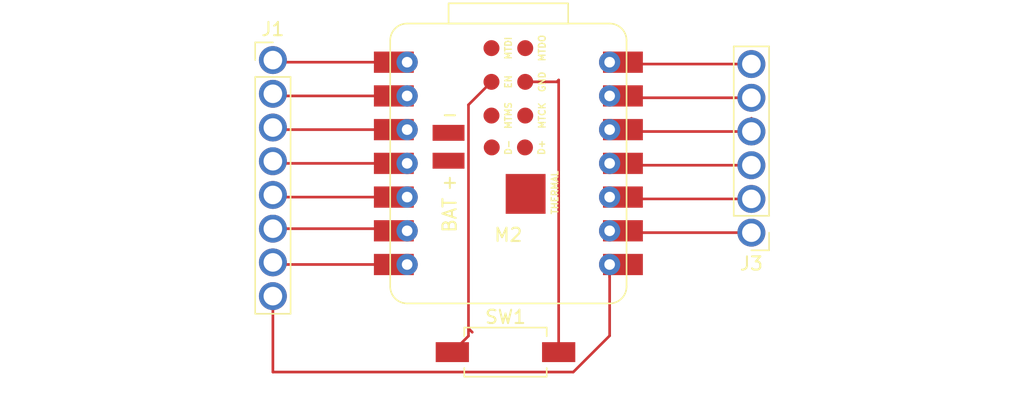
<source format=kicad_pcb>
(kicad_pcb (version 20240108) (generator "pcbnew") (generator_version "8.0")
  (layers (0 "F.Cu" signal) (31 "B.Cu" signal) (34 "B.Paste" user) (35 "F.Paste" user) (36 "B.SilkS" user "B.Silkscreen") (37 "F.SilkS" user "F.Silkscreen") (38 "B.Mask" user) (39 "F.Mask" user) (44 "Edge.Cuts" user))
  (net 0 "")
  (net 1 "A0")
  (net 2 "A3")
  (net 3 "A1")
  (net 4 "A2")
  (net 5 "GND")
  (net 6 "A10")
  (net 7 "A8")
  (net 8 "SCL")
  (net 9 "SDA")
  (net 10 "PWR_3V3")
  (net 11 "PWR_5V")
  (net 20 "Net-(M2-EN)")
  (net 21 "A9")
  (net 22 "A6TX")
  (net 23 "A7RX")
  (footprint "fab:PinHeader_1x08_P2.54mm_Vertical_THT_D1.4mm" (layer "F.Cu") (at 119.5 58)
    (property "Reference" "J1" (at 0 -2.33 0) (layer "F.SilkS"))
    (property "Value" "Conn_PinHeader_1x08_P2.54mm_Vertical_THT_D1.4mm")
    (fp_line (start -1.33 -1.33) (end 0 -1.33) (stroke (width 0.12)) (layer "F.SilkS"))
    (fp_line (start -1.33 0) (end -1.33 -1.33) (stroke (width 0.12)) (layer "F.SilkS"))
    (fp_line (start -1.33 1.27) (end -1.33 19.11) (stroke (width 0.12)) (layer "F.SilkS"))
    (fp_line (start -1.33 1.27) (end 1.33 1.27) (stroke (width 0.12)) (layer "F.SilkS"))
    (fp_line (start -1.33 19.11) (end 1.33 19.11) (stroke (width 0.12)) (layer "F.SilkS"))
    (fp_line (start 1.33 1.27) (end 1.33 19.11) (stroke (width 0.12)) (layer "F.SilkS"))
    (pad "1" thru_hole circle (at 0 0) (size 2.1 2.1) (drill 1.4) (layers "*.Cu" "*.Mask") (net 1 "A0"))
    (pad "2" thru_hole circle (at 0 2.54) (size 2.1 2.1) (drill 1.4) (layers "*.Cu" "*.Mask") (net 3 "A1"))
    (pad "3" thru_hole circle (at 0 5.08) (size 2.1 2.1) (drill 1.4) (layers "*.Cu" "*.Mask") (net 4 "A2"))
    (pad "4" thru_hole circle (at 0 7.62) (size 2.1 2.1) (drill 1.4) (layers "*.Cu" "*.Mask") (net 2 "A3"))
    (pad "5" thru_hole circle (at 0 10.16) (size 2.1 2.1) (drill 1.4) (layers "*.Cu" "*.Mask") (net 9 "SDA"))
    (pad "6" thru_hole circle (at 0 12.7) (size 2.1 2.1) (drill 1.4) (layers "*.Cu" "*.Mask") (net 8 "SCL"))
    (pad "7" thru_hole circle (at 0 15.24) (size 2.1 2.1) (drill 1.4) (layers "*.Cu" "*.Mask") (net 22 "A6TX"))
    (pad "8" thru_hole circle (at 0 17.78) (size 2.1 2.1) (drill 1.4) (layers "*.Cu" "*.Mask") (net 23 "A7RX"))
  )
  (footprint "fab:Button_CnK_PTS636.0_6x3.5mm" (layer "F.Cu") (at 137 80)
    (property "Reference" "SW1" (at 0 -2.65 0) (layer "F.SilkS"))
    (property "Value" "Switch_Tactile_CnK")
    (fp_line (start -3.1 -1.85) (end -3.1 -1.2) (stroke (width 0.12)) (layer "F.SilkS"))
    (fp_line (start -3.1 1.2) (end -3.1 1.85) (stroke (width 0.12)) (layer "F.SilkS"))
    (fp_line (start -3.1 1.85) (end 3.1 1.85) (stroke (width 0.12)) (layer "F.SilkS"))
    (fp_line (start 3.1 -1.85) (end -3.1 -1.85) (stroke (width 0.12)) (layer "F.SilkS"))
    (fp_line (start 3.1 -1.85) (end 3.1 -1.2) (stroke (width 0.12)) (layer "F.SilkS"))
    (fp_line (start 3.1 1.85) (end 3.1 1.2) (stroke (width 0.12)) (layer "F.SilkS"))
    (pad "1" smd rect (at -4 0) (size 2.5 1.5) (layers "F.Cu" "F.Paste" "F.Mask") (net 20 "Net-(M2-EN)"))
    (pad "2" smd rect (at 4 0) (size 2.5 1.5) (layers "F.Cu" "F.Paste" "F.Mask") (net 5 "GND"))
  )
  (footprint "fab:SeeedStudio_XIAO_ESP32S3" (layer "F.Cu") (at 137.215 65.78)
    (property "Reference" "M2" (at 0 5.39 0) (layer "F.SilkS"))
    (property "Value" "Module_XIAO-ESP32S3")
    (fp_line (start -8.8875 9.281) (end -8.8875 -9.261) (stroke (width 0.12)) (layer "F.SilkS"))
    (fp_line (start -7.6175 -10.531) (end 7.6225 -10.531) (stroke (width 0.12)) (layer "F.SilkS"))
    (fp_line (start 7.6225 10.551) (end -7.6175 10.551) (stroke (width 0.12)) (layer "F.SilkS"))
    (fp_line (start 8.8925 -9.261) (end 8.8925 9.281) (stroke (width 0.12)) (layer "F.SilkS"))
    (fp_rect (start -4.4975 -10.531) (end 4.5025 -12.055) (stroke (width 0.12)) (fill none) (layer "F.SilkS"))
    (fp_arc (start -8.8875 -9.261) (mid -8.515526 -10.159026) (end -7.6175 -10.531) (stroke (width 0.12)) (layer "F.SilkS"))
    (fp_arc (start -7.6175 10.551) (mid -8.515526 10.179026) (end -8.8875 9.281) (stroke (width 0.12)) (layer "F.SilkS"))
    (fp_arc (start 7.6225 -10.531) (mid 8.520526 -10.159026) (end 8.8925 -9.261) (stroke (width 0.12)) (layer "F.SilkS"))
    (fp_arc (start 8.8925 9.281) (mid 8.520526 10.179026) (end 7.6225 10.551) (stroke (width 0.12)) (layer "F.SilkS"))
    (fp_text user "+" (at -4.4 1.4 0) (layer "F.SilkS"))
    (fp_text user "THERMAL" (at 3.5 2.2 90) (layer "F.SilkS") (effects (font (size 0.5 0.5) (thickness 0.1) (bold yes))))
    (fp_text user "MTDI" (at 0 -8.68 90) (layer "F.SilkS") (effects (font (size 0.5 0.5) (thickness 0.1) (bold yes))))
    (fp_text user "-" (at -4.4 -3.7 0) (layer "F.SilkS"))
    (fp_text user "GND" (at 2.54 -6.14 90) (layer "F.SilkS") (effects (font (size 0.5 0.5) (thickness 0.1) (bold yes))))
    (fp_text user "D-" (at 0 -1.2 90) (layer "F.SilkS") (effects (font (size 0.5 0.5) (thickness 0.1) (bold yes))))
    (fp_text user "MTMS" (at 0 -3.6 90) (layer "F.SilkS") (effects (font (size 0.5 0.5) (thickness 0.1) (bold yes))))
    (fp_text user "MTDO" (at 2.54 -8.68 90) (layer "F.SilkS") (effects (font (size 0.5 0.5) (thickness 0.1) (bold yes))))
    (fp_text user "EN" (at 0 -6.14 90) (layer "F.SilkS") (effects (font (size 0.5 0.5) (thickness 0.1) (bold yes))))
    (fp_text user "MTCK" (at 2.54 -3.6 90) (layer "F.SilkS") (effects (font (size 0.5 0.5) (thickness 0.1) (bold yes))))
    (fp_text user "BAT" (at -5 3.9 90) (layer "F.SilkS") (effects (justify top)))
    (fp_text user "D+" (at 2.5 -1.2 90) (layer "F.SilkS") (effects (font (size 0.5 0.5) (thickness 0.1) (bold yes))))
    (pad "1" thru_hole circle (at -7.615 -7.62) (size 1.6 1.6) (drill 0.8) (layers "*.Cu" "*.Mask") (net 1 "A0"))
    (pad "1" smd rect (at -7.615 -7.62) (size 3 1.6) (drill (offset -1 0)) (layers "F.Cu" "F.Paste" "F.Mask") (net 1 "A0"))
    (pad "2" thru_hole circle (at -7.615 -5.08) (size 1.6 1.6) (drill 0.8) (layers "*.Cu" "*.Mask") (net 3 "A1"))
    (pad "2" smd rect (at -7.615 -5.08) (size 3 1.6) (drill (offset -1 0)) (layers "F.Cu" "F.Paste" "F.Mask") (net 3 "A1"))
    (pad "3" thru_hole circle (at -7.615 -2.54) (size 1.6 1.6) (drill 0.8) (layers "*.Cu" "*.Mask") (net 4 "A2"))
    (pad "3" smd rect (at -7.615 -2.54) (size 3 1.6) (drill (offset -1 0)) (layers "F.Cu" "F.Paste" "F.Mask") (net 4 "A2"))
    (pad "4" thru_hole circle (at -7.615 0) (size 1.6 1.6) (drill 0.8) (layers "*.Cu" "*.Mask") (net 2 "A3"))
    (pad "4" smd rect (at -7.615 0) (size 3 1.6) (drill (offset -1 0)) (layers "F.Cu" "F.Paste" "F.Mask") (net 2 "A3"))
    (pad "5" thru_hole circle (at -7.615 2.54) (size 1.6 1.6) (drill 0.8) (layers "*.Cu" "*.Mask") (net 9 "SDA"))
    (pad "5" smd rect (at -7.615 2.54) (size 3 1.6) (drill (offset -1 0)) (layers "F.Cu" "F.Paste" "F.Mask") (net 9 "SDA"))
    (pad "6" thru_hole circle (at -7.615 5.08) (size 1.6 1.6) (drill 0.8) (layers "*.Cu" "*.Mask") (net 8 "SCL"))
    (pad "6" smd rect (at -7.615 5.08) (size 3 1.6) (drill (offset -1 0)) (layers "F.Cu" "F.Paste" "F.Mask") (net 8 "SCL"))
    (pad "7" thru_hole circle (at -7.615 7.62) (size 1.6 1.6) (drill 0.8) (layers "*.Cu" "*.Mask") (net 22 "A6TX"))
    (pad "7" smd rect (at -7.615 7.62) (size 3 1.6) (drill (offset -1 0)) (layers "F.Cu" "F.Paste" "F.Mask") (net 22 "A6TX"))
    (pad "8" thru_hole circle (at 7.62 7.62) (size 1.6 1.6) (drill 0.8) (layers "*.Cu" "*.Mask") (net 23 "A7RX"))
    (pad "8" smd rect (at 7.62 7.62) (size 3 1.6) (drill (offset 1 0)) (layers "F.Cu" "F.Paste" "F.Mask") (net 23 "A7RX"))
    (pad "9" thru_hole circle (at 7.62 5.08) (size 1.6 1.6) (drill 0.8) (layers "*.Cu" "*.Mask") (net 7 "A8"))
    (pad "9" smd rect (at 7.62 5.08) (size 3 1.6) (drill (offset 1 0)) (layers "F.Cu" "F.Paste" "F.Mask") (net 7 "A8"))
    (pad "10" thru_hole circle (at 7.62 2.54) (size 1.6 1.6) (drill 0.8) (layers "*.Cu" "*.Mask") (net 21 "A9"))
    (pad "10" smd rect (at 7.62 2.54) (size 3 1.6) (drill (offset 1 0)) (layers "F.Cu" "F.Paste" "F.Mask") (net 21 "A9"))
    (pad "11" thru_hole circle (at 7.62 0) (size 1.6 1.6) (drill 0.8) (layers "*.Cu" "*.Mask") (net 6 "A10"))
    (pad "11" smd rect (at 7.62 0) (size 3 1.6) (drill (offset 1 0)) (layers "F.Cu" "F.Paste" "F.Mask") (net 6 "A10"))
    (pad "12" thru_hole circle (at 7.62 -2.54) (size 1.6 1.6) (drill 0.8) (layers "*.Cu" "*.Mask") (net 10 "PWR_3V3"))
    (pad "12" smd rect (at 7.62 -2.54) (size 3 1.6) (drill (offset 1 0)) (layers "F.Cu" "F.Paste" "F.Mask") (net 10 "PWR_3V3"))
    (pad "13" thru_hole circle (at 7.62 -5.08) (size 1.6 1.6) (drill 0.8) (layers "*.Cu" "*.Mask") (net 5 "GND"))
    (pad "13" smd rect (at 7.62 -5.08) (size 3 1.6) (drill (offset 1 0)) (layers "F.Cu" "F.Paste" "F.Mask") (net 5 "GND"))
    (pad "14" thru_hole circle (at 7.62 -7.62) (size 1.6 1.6) (drill 0.8) (layers "*.Cu" "*.Mask") (net 11 "PWR_5V"))
    (pad "14" smd rect (at 7.62 -7.62) (size 3 1.6) (drill (offset 1 0)) (layers "F.Cu" "F.Paste" "F.Mask") (net 11 "PWR_5V"))
    (pad "15" smd rect (at -4.5 -2.3) (size 2.4 1.2) (layers "F.Cu" "F.Paste" "F.Mask") (net 5 "GND"))
    (pad "16" smd rect (at -4.5 -0.2) (size 2.4 1.2) (layers "F.Cu" "F.Paste" "F.Mask"))
    (pad "17" smd circle (at -1.27 -8.68) (size 1.2 1.2) (layers "F.Cu" "F.Paste" "F.Mask"))
    (pad "18" smd circle (at -1.27 -6.14) (size 1.2 1.2) (layers "F.Cu" "F.Paste" "F.Mask") (net 20 "Net-(M2-EN)"))
    (pad "19" smd circle (at -1.27 -3.6) (size 1.2 1.2) (layers "F.Cu" "F.Paste" "F.Mask"))
    (pad "20" smd circle (at 1.27 -3.6) (size 1.2 1.2) (layers "F.Cu" "F.Paste" "F.Mask"))
    (pad "21" smd circle (at 1.27 -6.14) (size 1.2 1.2) (layers "F.Cu" "F.Paste" "F.Mask") (net 5 "GND"))
    (pad "22" smd circle (at 1.27 -8.68) (size 1.2 1.2) (layers "F.Cu" "F.Paste" "F.Mask"))
    (pad "23" smd circle (at -1.25 -1.2) (size 1.2 1.2) (layers "F.Cu" "F.Paste" "F.Mask"))
    (pad "24" smd circle (at 1.25 -1.2) (size 1.2 1.2) (layers "F.Cu" "F.Paste" "F.Mask"))
    (pad "25" smd rect (at 1.3 2.3) (size 3 3) (layers "F.Cu" "F.Paste" "F.Mask"))
  )
  (footprint "fab:PinHeader_1x06_P2.54mm_Vertical_THT_D1.4mm" (layer "F.Cu") (at 155.5 71 180)
    (property "Reference" "J3" (at 0 -2.33 360) (layer "F.SilkS"))
    (property "Value" "Conn_PinHeader_1x06_P2.54mm_Vertical_THT_D1.4mm")
    (fp_line (start 1.33 1.27) (end 1.33 14.03) (stroke (width 0.12)) (layer "F.SilkS"))
    (fp_line (start -1.33 14.03) (end 1.33 14.03) (stroke (width 0.12)) (layer "F.SilkS"))
    (fp_line (start -1.33 1.27) (end 1.33 1.27) (stroke (width 0.12)) (layer "F.SilkS"))
    (fp_line (start -1.33 1.27) (end -1.33 14.03) (stroke (width 0.12)) (layer "F.SilkS"))
    (fp_line (start -1.33 0) (end -1.33 -1.33) (stroke (width 0.12)) (layer "F.SilkS"))
    (fp_line (start -1.33 -1.33) (end 0 -1.33) (stroke (width 0.12)) (layer "F.SilkS"))
    (pad "1" thru_hole circle (at 0 0 180) (size 2.1 2.1) (drill 1.4) (layers "*.Cu" "*.Mask") (net 7 "A8"))
    (pad "2" thru_hole circle (at 0 2.54 180) (size 2.1 2.1) (drill 1.4) (layers "*.Cu" "*.Mask") (net 21 "A9"))
    (pad "3" thru_hole circle (at 0 5.08 180) (size 2.1 2.1) (drill 1.4) (layers "*.Cu" "*.Mask") (net 6 "A10"))
    (pad "4" thru_hole circle (at 0 7.62 180) (size 2.1 2.1) (drill 1.4) (layers "*.Cu" "*.Mask") (net 10 "PWR_3V3"))
    (pad "5" thru_hole circle (at 0 10.16 180) (size 2.1 2.1) (drill 1.4) (layers "*.Cu" "*.Mask") (net 5 "GND"))
    (pad "6" thru_hole circle (at 0 12.7 180) (size 2.1 2.1) (drill 1.4) (layers "*.Cu" "*.Mask") (net 11 "PWR_5V"))
  )
  (segment (start 119.66 58.16) (end 119.5 58) (width 0.2) (layer "F.Cu") (net 1))
  (segment (start 129.6 58.16) (end 119.66 58.16) (width 0.2) (layer "F.Cu") (net 1))
  (segment (start 129.6 65.78) (end 119.66 65.78) (width 0.2) (layer "F.Cu") (net 2))
  (segment (start 119.66 65.78) (end 119.5 65.62) (width 0.2) (layer "F.Cu") (net 2))
  (segment (start 119.66 60.7) (end 119.5 60.54) (width 0.2) (layer "F.Cu") (net 3))
  (segment (start 129.6 60.7) (end 119.66 60.7) (width 0.2) (layer "F.Cu") (net 3))
  (segment (start 119.66 63.24) (end 119.5 63.08) (width 0.2) (layer "F.Cu") (net 4))
  (segment (start 129.6 63.24) (end 119.66 63.24) (width 0.2) (layer "F.Cu") (net 4))
  (segment (start 141 80) (end 141 59.5) (width 0.2) (layer "F.Cu") (net 5))
  (segment (start 144.975 60.84) (end 144.835 60.7) (width 0.2) (layer "F.Cu") (net 5))
  (segment (start 155.5 60.84) (end 144.975 60.84) (width 0.2) (layer "F.Cu") (net 5))
  (segment (start 140.86 59.64) (end 138.485 59.64) (width 0.2) (layer "F.Cu") (net 5))
  (segment (start 141 59.5) (end 140.86 59.64) (width 0.2) (layer "F.Cu") (net 5))
  (segment (start 144.975 65.92) (end 144.835 65.78) (width 0.2) (layer "F.Cu") (net 6))
  (segment (start 155.5 65.92) (end 144.975 65.92) (width 0.2) (layer "F.Cu") (net 6))
  (segment (start 144.975 71) (end 144.835 70.86) (width 0.2) (layer "F.Cu") (net 7))
  (segment (start 144.835 70.86) (end 146.195 70.86) (width 0.2) (layer "F.Cu") (net 7))
  (segment (start 155.5 71) (end 144.975 71) (width 0.2) (layer "F.Cu") (net 7))
  (segment (start 128 70.86) (end 127.84 70.7) (width 0.2) (layer "F.Cu") (net 8))
  (segment (start 127.84 70.7) (end 119.5 70.7) (width 0.2) (layer "F.Cu") (net 8))
  (segment (start 129.6 70.86) (end 128 70.86) (width 0.2) (layer "F.Cu") (net 8))
  (segment (start 129.6 68.32) (end 119.66 68.32) (width 0.2) (layer "F.Cu") (net 9))
  (segment (start 119.66 68.32) (end 119.5 68.16) (width 0.2) (layer "F.Cu") (net 9))
  (segment (start 144.975 63.38) (end 144.835 63.24) (width 0.2) (layer "F.Cu") (net 10))
  (segment (start 155.5 63.38) (end 144.975 63.38) (width 0.2) (layer "F.Cu") (net 10))
  (segment (start 155.62 62.5) (end 155.5 62.38) (width 0.2) (layer "F.Cu") (net 10))
  (segment (start 144.975 58.3) (end 144.835 58.16) (width 0.2) (layer "F.Cu") (net 11))
  (segment (start 155.5 58.3) (end 144.975 58.3) (width 0.2) (layer "F.Cu") (net 11))
  (segment (start 135.945 59.64) (end 134.215 61.37) (width 0.2) (layer "F.Cu") (net 20))
  (segment (start 134.215 78.785) (end 133 80) (width 0.2) (layer "F.Cu") (net 20))
  (segment (start 134.215 61.37) (end 134.215 78.785) (width 0.2) (layer "F.Cu") (net 20))
  (segment (start 134.215 78.215) (end 134.5 78.5) (width 0.2) (layer "F.Cu") (net 20))
  (segment (start 144.835 68.32) (end 146.195 68.32) (width 0.2) (layer "F.Cu") (net 21))
  (segment (start 155.5 68.46) (end 144.975 68.46) (width 0.2) (layer "F.Cu") (net 21))
  (segment (start 144.975 68.46) (end 144.835 68.32) (width 0.2) (layer "F.Cu") (net 21))
  (segment (start 129.6 73.4) (end 119.66 73.4) (width 0.2) (layer "F.Cu") (net 22))
  (segment (start 119.66 73.4) (end 119.5 73.24) (width 0.2) (layer "F.Cu") (net 22))
  (segment (start 144.835 73.4) (end 144.835 74.365) (width 0.2) (layer "F.Cu") (net 23))
  (segment (start 119.5 81.5) (end 119.5 75.78) (width 0.2) (layer "F.Cu") (net 23))
  (segment (start 142.1 81.5) (end 119.5 81.5) (width 0.2) (layer "F.Cu") (net 23))
  (segment (start 144.835 78.765) (end 142.1 81.5) (width 0.2) (layer "F.Cu") (net 23))
  (segment (start 144.835 73.4) (end 144.835 78.765) (width 0.2) (layer "F.Cu") (net 23))
)
</source>
